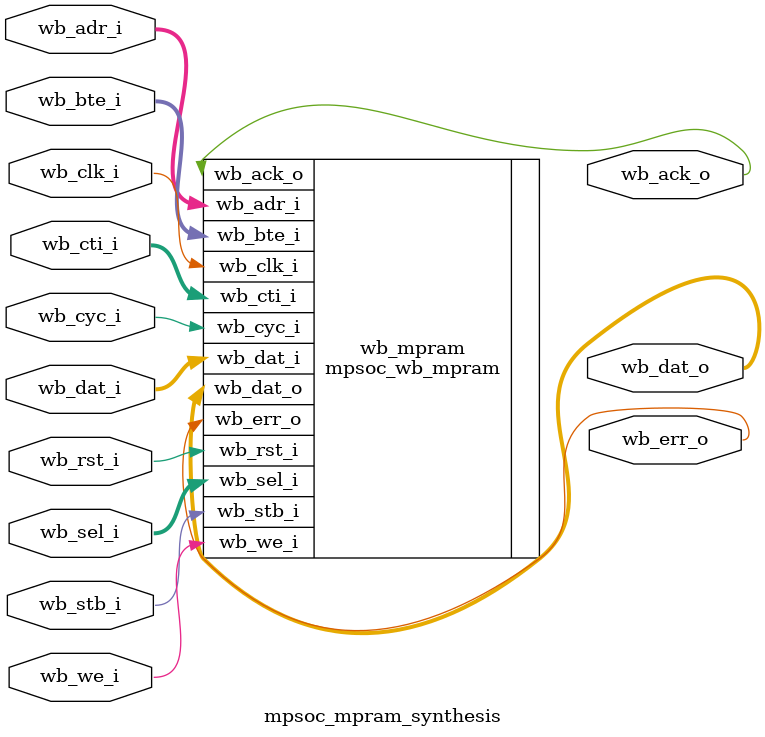
<source format=sv>

/* Copyright (c) 2018-2019 by the author(s)
 *
 * Permission is hereby granted, free of charge, to any person obtaining a copy
 * of this software and associated documentation files (the "Software"), to deal
 * in the Software without restriction, including without limitation the rights
 * to use, copy, modify, merge, publish, distribute, sublicense, and/or sell
 * copies of the Software, and to permit persons to whom the Software is
 * furnished to do so, subject to the following conditions:
 *
 * The above copyright notice and this permission notice shall be included in
 * all copies or substantial portions of the Software.
 *
 * THE SOFTWARE IS PROVIDED "AS IS", WITHOUT WARRANTY OF ANY KIND, EXPRESS OR
 * IMPLIED, INCLUDING BUT NOT LIMITED TO THE WARRANTIES OF MERCHANTABILITY,
 * FITNESS FOR A PARTICULAR PURPOSE AND NONINFRINGEMENT. IN NO EVENT SHALL THE
 * AUTHORS OR COPYRIGHT HOLDERS BE LIABLE FOR ANY CLAIM, DAMAGES OR OTHER
 * LIABILITY, WHETHER IN AN ACTION OF CONTRACT, TORT OR OTHERWISE, ARISING FROM,
 * OUT OF OR IN CONNECTION WITH THE SOFTWARE OR THE USE OR OTHER DEALINGS IN
 * THE SOFTWARE.
 *
 * =============================================================================
 * Author(s):
 *   Paco Reina Campo <pacoreinacampo@queenfield.tech>
 */

module mpsoc_mpram_synthesis #(
  //Memory parameters
  parameter DEPTH   = 256,
  parameter MEMFILE = "",

  //Wishbone parameters
  parameter DW = 32,
  parameter AW = $clog2(DEPTH)
)
  (
    input           wb_clk_i,
    input           wb_rst_i,

    input  [AW-1:0] wb_adr_i,
    input  [DW-1:0] wb_dat_i,
    input  [   3:0] wb_sel_i,
    input           wb_we_i,
    input  [   1:0] wb_bte_i,
    input  [   2:0] wb_cti_i,
    input           wb_cyc_i,
    input           wb_stb_i,

    output reg      wb_ack_o,
    output          wb_err_o,
    output [DW-1:0] wb_dat_o
  );

  //////////////////////////////////////////////////////////////////
  //
  // Module Body
  //

  //DUT WB
  mpsoc_wb_mpram #(
    //Memory parameters
    .DEPTH   ( DEPTH   ),
    .MEMFILE ( MEMFILE ),

    //Wishbone parameters
    .AW ( AW ),
    .DW ( DW )
  )
  wb_mpram (
    .wb_clk_i ( wb_clk_i ),
    .wb_rst_i ( wb_rst_i ),

    .wb_adr_i ( wb_adr_i ),
    .wb_dat_i ( wb_dat_i ),
    .wb_sel_i ( wb_sel_i ),
    .wb_we_i  ( wb_we_i  ),
    .wb_bte_i ( wb_bte_i ),
    .wb_cti_i ( wb_cti_i ),
    .wb_cyc_i ( wb_cyc_i ),
    .wb_stb_i ( wb_stb_i ),
    .wb_ack_o ( wb_ack_o ),
    .wb_err_o ( wb_err_o ),
    .wb_dat_o ( wb_dat_o )
  );
endmodule

</source>
